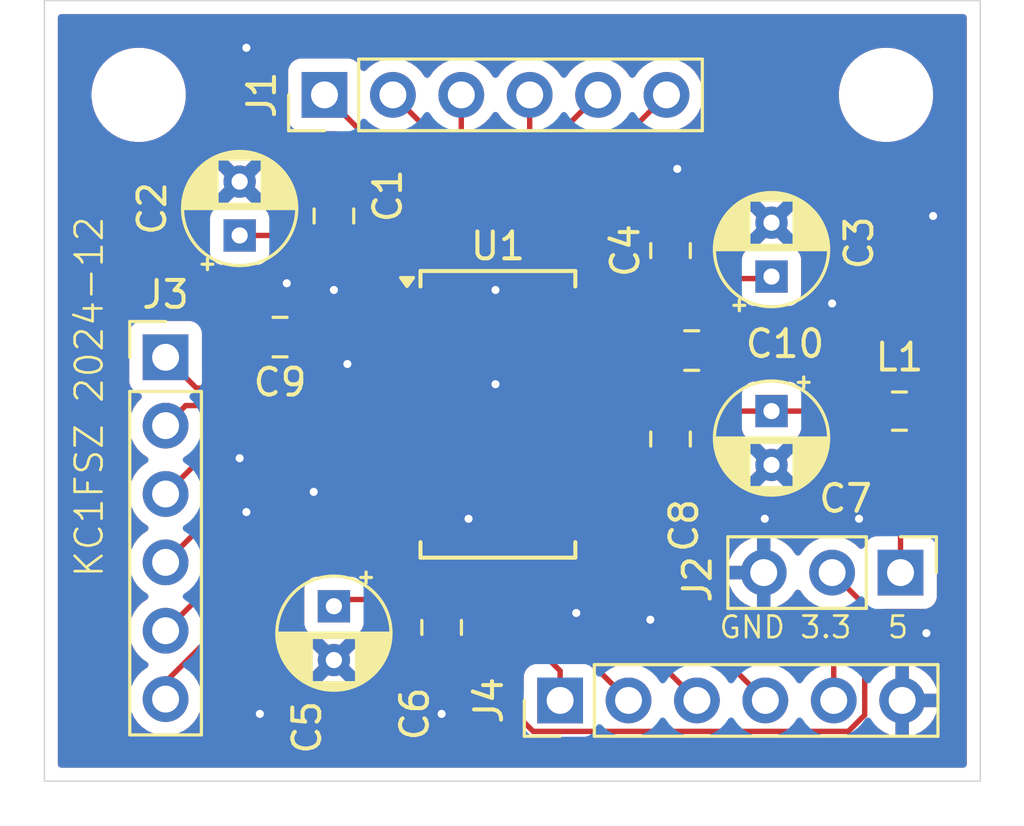
<source format=kicad_pcb>
(kicad_pcb (version 20240108) (generator "pcbnew") (generator_version "8.0")
  (title_block (title "PCM1804 Breakout Board") (date "2024-12-03") (rev "1") (company "Bruce MacKinnon KC1FSZ"))
  (layers (0 "F.Cu" signal) (31 "B.Cu" signal) (34 "B.Paste" user) (35 "F.Paste" user) (36 "B.SilkS" user "B.Silkscreen") (37 "F.SilkS" user "F.Silkscreen") (38 "B.Mask" user) (39 "F.Mask" user) (44 "Edge.Cuts" user))
  (net 0 "")
  (net 1 "VREFL")
  (net 2 "GND")
  (net 3 "Net-(U1-VREFR)")
  (net 4 "+3.3V")
  (net 5 "Net-(U1-VCC)")
  (net 6 "VCOML")
  (net 7 "VCOMR")
  (net 8 "Q_MINUS")
  (net 9 "Q_PLUS")
  (net 10 "I_PLUS")
  (net 11 "I_MINUS")
  (net 12 "+5V")
  (net 13 "OSR1")
  (net 14 "FMT1")
  (net 15 "OSR2")
  (net 16 "S{slash}~{M}")
  (net 17 "FMT0")
  (net 18 "OSR0")
  (net 19 "BCK")
  (net 20 "DATA")
  (net 21 "~{RST}")
  (net 22 "LRCK")
  (net 23 "SCK")
  (footprint "Capacitor_SMD:C_0805_2012Metric_Pad1.18x1.45mm_HandSolder" (layer "F.Cu") (at 157.5 119.2875 -90)
    (property "Reference" "C6" (at 3.2125 1 90) (layer "F.SilkS"))
    (property "Value" "0.1u")
    (pad "1" smd roundrect (at -1.0375 0 270) (size 1.175 1.45) (layers "F.Cu" "F.Paste" "F.Mask") (roundrect_rratio 0.212766) (net 4 "+3.3V"))
    (pad "2" smd roundrect (at 1.0375 0 270) (size 1.175 1.45) (layers "F.Cu" "F.Paste" "F.Mask") (roundrect_rratio 0.212766) (net 2 "GND"))
  )
  (footprint "Capacitor_SMD:C_0805_2012Metric_Pad1.18x1.45mm_HandSolder" (layer "F.Cu") (at 153.5 104 90)
    (property "Reference" "C1" (at 0.75 2 90) (layer "F.SilkS"))
    (property "Value" "0.1u")
    (pad "1" smd roundrect (at -1.0375 0 90) (size 1.175 1.45) (layers "F.Cu" "F.Paste" "F.Mask") (roundrect_rratio 0.212766) (net 1 "VREFL"))
    (pad "2" smd roundrect (at 1.0375 0 90) (size 1.175 1.45) (layers "F.Cu" "F.Paste" "F.Mask") (roundrect_rratio 0.212766) (net 2 "GND"))
  )
  (footprint "Connector_PinHeader_2.54mm:PinHeader_1x03_P2.54mm_Vertical" (layer "F.Cu") (at 174.54 117.25 -90)
    (property "Reference" "J2" (at 0.25 7.54 90) (layer "F.SilkS"))
    (property "Value" "Power")
    (pad "1" thru_hole rect (at 0 0 270) (size 1.7 1.7) (drill 1) (layers "*.Cu" "*.Mask") (net 12 "+5V"))
    (pad "2" thru_hole oval (at 0 2.54 270) (size 1.7 1.7) (drill 1) (layers "*.Cu" "*.Mask") (net 4 "+3.3V"))
    (pad "3" thru_hole oval (at 0 5.08 270) (size 1.7 1.7) (drill 1) (layers "*.Cu" "*.Mask") (net 2 "GND"))
  )
  (footprint "Capacitor_THT:CP_Radial_D4.0mm_P2.00mm" (layer "F.Cu") (at 169.75 106.25 90)
    (property "Reference" "C3" (at 1.25 3.25 90) (layer "F.SilkS"))
    (property "Value" "10u")
    (pad "1" thru_hole rect (at 0 0 90) (size 1.2 1.2) (drill 0.6) (layers "*.Cu" "*.Mask") (net 3 "Net-(U1-VREFR)"))
    (pad "2" thru_hole circle (at 2 0 90) (size 1.2 1.2) (drill 0.6) (layers "*.Cu" "*.Mask") (net 2 "GND"))
  )
  (footprint "Capacitor_SMD:C_0805_2012Metric_Pad1.18x1.45mm_HandSolder" (layer "F.Cu") (at 151.5 108.5 180)
    (property "Reference" "C9" (at 0 -1.68 360) (layer "F.SilkS"))
    (property "Value" "1u")
    (pad "1" smd roundrect (at -1.0375 0 180) (size 1.175 1.45) (layers "F.Cu" "F.Paste" "F.Mask") (roundrect_rratio 0.212766) (net 6 "VCOML"))
    (pad "2" smd roundrect (at 1.0375 0 180) (size 1.175 1.45) (layers "F.Cu" "F.Paste" "F.Mask") (roundrect_rratio 0.212766) (net 2 "GND"))
  )
  (footprint "Connector_PinHeader_2.54mm:PinHeader_1x06_P2.54mm_Vertical" (layer "F.Cu") (at 153.15 99.5 90)
    (property "Reference" "J1" (at 0 -2.33 90) (layer "F.SilkS"))
    (property "Value" "IQ")
    (pad "1" thru_hole rect (at 0 0 90) (size 1.7 1.7) (drill 1) (layers "*.Cu" "*.Mask") (net 6 "VCOML"))
    (pad "2" thru_hole oval (at 0 2.54 90) (size 1.7 1.7) (drill 1) (layers "*.Cu" "*.Mask") (net 10 "I_PLUS"))
    (pad "3" thru_hole oval (at 0 5.08 90) (size 1.7 1.7) (drill 1) (layers "*.Cu" "*.Mask") (net 11 "I_MINUS"))
    (pad "4" thru_hole oval (at 0 7.62 90) (size 1.7 1.7) (drill 1) (layers "*.Cu" "*.Mask") (net 8 "Q_MINUS"))
    (pad "5" thru_hole oval (at 0 10.16 90) (size 1.7 1.7) (drill 1) (layers "*.Cu" "*.Mask") (net 9 "Q_PLUS"))
    (pad "6" thru_hole oval (at 0 12.7 90) (size 1.7 1.7) (drill 1) (layers "*.Cu" "*.Mask") (net 7 "VCOMR"))
  )
  (footprint "Capacitor_THT:CP_Radial_D4.0mm_P2.00mm" (layer "F.Cu") (at 150 104.7226 90)
    (property "Reference" "C2" (at 1 -3.25 90) (layer "F.SilkS"))
    (property "Value" "10u")
    (pad "1" thru_hole rect (at 0 0 90) (size 1.2 1.2) (drill 0.6) (layers "*.Cu" "*.Mask") (net 1 "VREFL"))
    (pad "2" thru_hole circle (at 2 0 90) (size 1.2 1.2) (drill 0.6) (layers "*.Cu" "*.Mask") (net 2 "GND"))
  )
  (footprint "Capacitor_SMD:C_0805_2012Metric_Pad1.18x1.45mm_HandSolder" (layer "F.Cu") (at 166 112.2875 -90)
    (property "Reference" "C8" (at 3.2125 -0.5 90) (layer "F.SilkS"))
    (property "Value" "0.1u")
    (pad "1" smd roundrect (at -1.0375 0 270) (size 1.175 1.45) (layers "F.Cu" "F.Paste" "F.Mask") (roundrect_rratio 0.212766) (net 5 "Net-(U1-VCC)"))
    (pad "2" smd roundrect (at 1.0375 0 270) (size 1.175 1.45) (layers "F.Cu" "F.Paste" "F.Mask") (roundrect_rratio 0.212766) (net 2 "GND"))
  )
  (footprint "MountingHole:MountingHole_3mm" (layer "F.Cu") (at 174 99.5)
    (property "Reference" "H2" (hide yes))
    (property "Value" "MountingHole")
    (pad "" np_thru_hole circle (at 0 0) (size 3 3) (drill 3) (layers "*.Cu" "*.Mask"))
  )
  (footprint "Capacitor_THT:CP_Radial_D4.0mm_P2.00mm" (layer "F.Cu") (at 153.5 118.5 -90)
    (property "Reference" "C5" (at 4.5 1 90) (layer "F.SilkS"))
    (property "Value" "10u")
    (pad "1" thru_hole rect (at 0 0 270) (size 1.2 1.2) (drill 0.6) (layers "*.Cu" "*.Mask") (net 4 "+3.3V"))
    (pad "2" thru_hole circle (at 2 0 270) (size 1.2 1.2) (drill 0.6) (layers "*.Cu" "*.Mask") (net 2 "GND"))
  )
  (footprint "Connector_PinHeader_2.54mm:PinHeader_1x06_P2.54mm_Vertical" (layer "F.Cu") (at 147.25 109.25)
    (property "Reference" "J3" (at 0 -2.33 360) (layer "F.SilkS"))
    (property "Value" "Config")
    (pad "1" thru_hole rect (at 0 0) (size 1.7 1.7) (drill 1) (layers "*.Cu" "*.Mask") (net 17 "FMT0"))
    (pad "2" thru_hole oval (at 0 2.54) (size 1.7 1.7) (drill 1) (layers "*.Cu" "*.Mask") (net 14 "FMT1"))
    (pad "3" thru_hole oval (at 0 5.08) (size 1.7 1.7) (drill 1) (layers "*.Cu" "*.Mask") (net 16 "S{slash}~{M}"))
    (pad "4" thru_hole oval (at 0 7.62) (size 1.7 1.7) (drill 1) (layers "*.Cu" "*.Mask") (net 18 "OSR0"))
    (pad "5" thru_hole oval (at 0 10.16) (size 1.7 1.7) (drill 1) (layers "*.Cu" "*.Mask") (net 13 "OSR1"))
    (pad "6" thru_hole oval (at 0 12.7) (size 1.7 1.7) (drill 1) (layers "*.Cu" "*.Mask") (net 15 "OSR2"))
  )
  (footprint "Inductor_SMD:L_0805_2012Metric_Pad1.15x1.40mm_HandSolder" (layer "F.Cu") (at 174.5 111.25 180)
    (property "Reference" "L1" (at 0 2 360) (layer "F.SilkS"))
    (property "Value" "47u")
    (pad "1" smd roundrect (at -1.025 0 180) (size 1.15 1.4) (layers "F.Cu" "F.Paste" "F.Mask") (roundrect_rratio 0.217391) (net 12 "+5V"))
    (pad "2" smd roundrect (at 1.025 0 180) (size 1.15 1.4) (layers "F.Cu" "F.Paste" "F.Mask") (roundrect_rratio 0.217391) (net 5 "Net-(U1-VCC)"))
  )
  (footprint "Package_SO:SSOP-28_5.3x10.2mm_P0.65mm" (layer "F.Cu") (at 159.59 111.37)
    (property "Reference" "U1" (at 0 -6.25 0) (layer "F.SilkS"))
    (property "Value" "PCM1804DBR")
    (pad "1" smd rect (at -3.6 -4.225) (size 1.75 0.45) (layers "F.Cu" "F.Paste" "F.Mask") (net 1 "VREFL"))
    (pad "2" smd rect (at -3.6 -3.575) (size 1.75 0.45) (layers "F.Cu" "F.Paste" "F.Mask") (net 2 "GND"))
    (pad "3" smd rect (at -3.6 -2.925) (size 1.75 0.45) (layers "F.Cu" "F.Paste" "F.Mask") (net 6 "VCOML"))
    (pad "4" smd rect (at -3.6 -2.275) (size 1.75 0.45) (layers "F.Cu" "F.Paste" "F.Mask") (net 10 "I_PLUS"))
    (pad "5" smd rect (at -3.6 -1.625) (size 1.75 0.45) (layers "F.Cu" "F.Paste" "F.Mask") (net 11 "I_MINUS"))
    (pad "6" smd rect (at -3.6 -0.975) (size 1.75 0.45) (layers "F.Cu" "F.Paste" "F.Mask") (net 17 "FMT0"))
    (pad "7" smd rect (at -3.6 -0.325) (size 1.75 0.45) (layers "F.Cu" "F.Paste" "F.Mask") (net 14 "FMT1"))
    (pad "8" smd rect (at -3.6 0.325) (size 1.75 0.45) (layers "F.Cu" "F.Paste" "F.Mask") (net 16 "S{slash}~{M}"))
    (pad "9" smd rect (at -3.6 0.975) (size 1.75 0.45) (layers "F.Cu" "F.Paste" "F.Mask") (net 18 "OSR0"))
    (pad "10" smd rect (at -3.6 1.625) (size 1.75 0.45) (layers "F.Cu" "F.Paste" "F.Mask") (net 13 "OSR1"))
    (pad "11" smd rect (at -3.6 2.275) (size 1.75 0.45) (layers "F.Cu" "F.Paste" "F.Mask") (net 15 "OSR2"))
    (pad "12" smd rect (at -3.6 2.925) (size 1.75 0.45) (layers "F.Cu" "F.Paste" "F.Mask") (net 2 "GND"))
    (pad "13" smd rect (at -3.6 3.575) (size 1.75 0.45) (layers "F.Cu" "F.Paste" "F.Mask") (net 2 "GND"))
    (pad "14" smd rect (at -3.6 4.225) (size 1.75 0.45) (layers "F.Cu" "F.Paste" "F.Mask") (net 4 "+3.3V"))
    (pad "15" smd rect (at 3.6 4.225) (size 1.75 0.45) (layers "F.Cu" "F.Paste" "F.Mask") (net 20 "DATA"))
    (pad "16" smd rect (at 3.6 3.575) (size 1.75 0.45) (layers "F.Cu" "F.Paste" "F.Mask") (net 19 "BCK"))
    (pad "17" smd rect (at 3.6 2.925) (size 1.75 0.45) (layers "F.Cu" "F.Paste" "F.Mask") (net 22 "LRCK"))
    (pad "18" smd rect (at 3.6 2.275) (size 1.75 0.45) (layers "F.Cu" "F.Paste" "F.Mask") (net 23 "SCK"))
    (pad "19" smd rect (at 3.6 1.625) (size 1.75 0.45) (layers "F.Cu" "F.Paste" "F.Mask") (net 21 "~{RST}"))
    (pad "20" smd rect (at 3.6 0.975) (size 1.75 0.45) (layers "F.Cu" "F.Paste" "F.Mask"))
    (pad "21" smd rect (at 3.6 0.325) (size 1.75 0.45) (layers "F.Cu" "F.Paste" "F.Mask"))
    (pad "22" smd rect (at 3.6 -0.325) (size 1.75 0.45) (layers "F.Cu" "F.Paste" "F.Mask") (net 5 "Net-(U1-VCC)"))
    (pad "23" smd rect (at 3.6 -0.975) (size 1.75 0.45) (layers "F.Cu" "F.Paste" "F.Mask") (net 2 "GND"))
    (pad "24" smd rect (at 3.6 -1.625) (size 1.75 0.45) (layers "F.Cu" "F.Paste" "F.Mask") (net 8 "Q_MINUS"))
    (pad "25" smd rect (at 3.6 -2.275) (size 1.75 0.45) (layers "F.Cu" "F.Paste" "F.Mask") (net 9 "Q_PLUS"))
    (pad "26" smd rect (at 3.6 -2.925) (size 1.75 0.45) (layers "F.Cu" "F.Paste" "F.Mask") (net 7 "VCOMR"))
    (pad "27" smd rect (at 3.6 -3.575) (size 1.75 0.45) (layers "F.Cu" "F.Paste" "F.Mask") (net 2 "GND"))
    (pad "28" smd rect (at 3.6 -4.225) (size 1.75 0.45) (layers "F.Cu" "F.Paste" "F.Mask") (net 3 "Net-(U1-VREFR)"))
  )
  (footprint "Capacitor_THT:CP_Radial_D4.0mm_P2.00mm" (layer "F.Cu") (at 169.75 111.25 -90)
    (property "Reference" "C7" (at 3.25 -2.75 180) (layer "F.SilkS"))
    (property "Value" "10u")
    (pad "1" thru_hole rect (at 0 0 270) (size 1.2 1.2) (drill 0.6) (layers "*.Cu" "*.Mask") (net 5 "Net-(U1-VCC)"))
    (pad "2" thru_hole circle (at 2 0 270) (size 1.2 1.2) (drill 0.6) (layers "*.Cu" "*.Mask") (net 2 "GND"))
  )
  (footprint "Capacitor_SMD:C_0805_2012Metric_Pad1.18x1.45mm_HandSolder" (layer "F.Cu") (at 166 105.2875 90)
    (property "Reference" "C4" (at 0 -1.68 90) (layer "F.SilkS"))
    (property "Value" "0.1u")
    (pad "1" smd roundrect (at -1.0375 0 90) (size 1.175 1.45) (layers "F.Cu" "F.Paste" "F.Mask") (roundrect_rratio 0.212766) (net 3 "Net-(U1-VREFR)"))
    (pad "2" smd roundrect (at 1.0375 0 90) (size 1.175 1.45) (layers "F.Cu" "F.Paste" "F.Mask") (roundrect_rratio 0.212766) (net 2 "GND"))
  )
  (footprint "Capacitor_SMD:C_0805_2012Metric_Pad1.18x1.45mm_HandSolder" (layer "F.Cu") (at 166.7875 109)
    (property "Reference" "C10" (at 3.4625 -0.25 360) (layer "F.SilkS"))
    (property "Value" "1u")
    (pad "1" smd roundrect (at -1.0375 0) (size 1.175 1.45) (layers "F.Cu" "F.Paste" "F.Mask") (roundrect_rratio 0.212766) (net 7 "VCOMR"))
    (pad "2" smd roundrect (at 1.0375 0) (size 1.175 1.45) (layers "F.Cu" "F.Paste" "F.Mask") (roundrect_rratio 0.212766) (net 2 "GND"))
  )
  (footprint "Connector_PinHeader_2.54mm:PinHeader_1x06_P2.54mm_Vertical" (layer "F.Cu") (at 161.9 122 90)
    (property "Reference" "J4" (at 0 -2.65 90) (layer "F.SilkS"))
    (property "Value" "Conn_01x06")
    (pad "1" thru_hole rect (at 0 0 90) (size 1.7 1.7) (drill 1) (layers "*.Cu" "*.Mask") (net 21 "~{RST}"))
    (pad "2" thru_hole oval (at 0 2.54 90) (size 1.7 1.7) (drill 1) (layers "*.Cu" "*.Mask") (net 23 "SCK"))
    (pad "3" thru_hole oval (at 0 5.08 90) (size 1.7 1.7) (drill 1) (layers "*.Cu" "*.Mask") (net 22 "LRCK"))
    (pad "4" thru_hole oval (at 0 7.62 90) (size 1.7 1.7) (drill 1) (layers "*.Cu" "*.Mask") (net 19 "BCK"))
    (pad "5" thru_hole oval (at 0 10.16 90) (size 1.7 1.7) (drill 1) (layers "*.Cu" "*.Mask") (net 20 "DATA"))
    (pad "6" thru_hole oval (at 0 12.7 90) (size 1.7 1.7) (drill 1) (layers "*.Cu" "*.Mask") (net 2 "GND"))
  )
  (footprint "MountingHole:MountingHole_3mm" (layer "F.Cu") (at 146.25 99.5)
    (property "Reference" "H1" (hide yes))
    (property "Value" "MountingHole")
    (pad "" np_thru_hole circle (at 0 0) (size 3 3) (drill 3) (layers "*.Cu" "*.Mask"))
  )
  (gr_rect (start 142.75 96) (end 177.5 125) (stroke (width 0.05)) (fill none) (layer "Edge.Cuts"))
  (gr_text "KC1FSZ 2024-12" (at 145 117.5 90) (layer "F.SilkS") (effects (font (size 1 1) (thickness 0.1)) (justify left bottom)))
  (gr_text "GND" (at 167.75 119.75 0) (layer "F.SilkS") (effects (font (size 0.8 0.8) (thickness 0.1)) (justify left bottom)))
  (gr_text "3.3" (at 170.75 119.75 0) (layer "F.SilkS") (effects (font (size 0.8 0.8) (thickness 0.1)) (justify left bottom)))
  (gr_text "5" (at 174 119.75 0) (layer "F.SilkS") (effects (font (size 0.8 0.8) (thickness 0.1)) (justify left bottom)))
  (segment (start 155.99 107.145) (end 155.6075 107.145) (width 0.2) (layer "F.Cu") (net 1))
  (segment (start 150 104.7226) (end 153.1851 104.7226) (width 0.2) (layer "F.Cu") (net 1))
  (segment (start 153.1851 104.7226) (end 153.5 105.0375) (width 0.2) (layer "F.Cu") (net 1))
  (segment (start 155.6075 107.145) (end 153.5 105.0375) (width 0.2) (layer "F.Cu") (net 1))
  (segment (start 158.205 114.295) (end 158.25 114.25) (width 0.2) (layer "F.Cu") (net 2))
  (segment (start 163.19 107.795) (end 166.62 107.795) (width 0.2) (layer "F.Cu") (net 2))
  (segment (start 155.99 114.295) (end 158.205 114.295) (width 0.2) (layer "F.Cu") (net 2))
  (segment (start 161.105 110.395) (end 161 110.5) (width 0.2) (layer "F.Cu") (net 2))
  (segment (start 154.295 107.795) (end 154 107.5) (width 0.2) (layer "F.Cu") (net 2))
  (segment (start 166.62 107.795) (end 167.825 109) (width 0.2) (layer "F.Cu") (net 2))
  (segment (start 155.99 107.795) (end 154.295 107.795) (width 0.2) (layer "F.Cu") (net 2))
  (segment (start 163.19 110.395) (end 161.105 110.395) (width 0.2) (layer "F.Cu") (net 2))
  (via (at 169.5 115.25) (size 0.6) (drill 0.3) (layers "F.Cu" "B.Cu") (net 2))
  (via (at 172 107.25) (size 0.6) (drill 0.3) (layers "F.Cu" "B.Cu") (net 2))
  (via (at 150.25 115) (size 0.6) (drill 0.3) (layers "F.Cu" "B.Cu") (net 2))
  (via (at 158.5 115.25) (size 0.6) (drill 0.3) (layers "F.Cu" "B.Cu") (net 2))
  (via (at 173 115.25) (size 0.6) (drill 0.3) (layers "F.Cu" "B.Cu") (net 2))
  (via (at 150 113) (size 0.6) (drill 0.3) (layers "F.Cu" "B.Cu") (net 2))
  (via (at 154 109.5) (size 0.6) (drill 0.3) (layers "F.Cu" "B.Cu") (net 2))
  (via (at 157.5 122.5) (size 0.6) (drill 0.3) (layers "F.Cu" "B.Cu") (net 2))
  (via (at 152.75 114.25) (size 0.6) (drill 0.3) (layers "F.Cu" "B.Cu") (net 2))
  (via (at 159.5 106.75) (size 0.6) (drill 0.3) (layers "F.Cu" "B.Cu") (net 2))
  (via (at 166.25 102.25) (size 0.6) (drill 0.3) (layers "F.Cu" "B.Cu") (net 2))
  (via (at 162.5 118.75) (size 0.6) (drill 0.3) (layers "F.Cu" "B.Cu") (net 2))
  (via (at 150.75 122.5) (size 0.6) (drill 0.3) (layers "F.Cu" "B.Cu") (net 2))
  (via (at 151.75 106.5) (size 0.6) (drill 0.3) (layers "F.Cu" "B.Cu") (net 2))
  (via (at 159.5 110.25) (size 0.6) (drill 0.3) (layers "F.Cu" "B.Cu") (net 2))
  (via (at 175.75 104) (size 0.6) (drill 0.3) (layers "F.Cu" "B.Cu") (net 2))
  (via (at 165.25 119) (size 0.6) (drill 0.3) (layers "F.Cu" "B.Cu") (net 2))
  (via (at 175.5 119.5) (size 0.6) (drill 0.3) (layers "F.Cu" "B.Cu") (net 2))
  (via (at 150.25 97.75) (size 0.6) (drill 0.3) (layers "F.Cu" "B.Cu") (net 2))
  (via (at 153.5 106.75) (size 0.6) (drill 0.3) (layers "F.Cu" "B.Cu") (net 2))
  (segment (start 169.675 106.325) (end 169.75 106.25) (width 0.2) (layer "F.Cu") (net 3))
  (segment (start 166 106.325) (end 169.675 106.325) (width 0.2) (layer "F.Cu") (net 3))
  (segment (start 163.19 107.145) (end 165.18 107.145) (width 0.2) (layer "F.Cu") (net 3))
  (segment (start 165.18 107.145) (end 166 106.325) (width 0.2) (layer "F.Cu") (net 3))
  (segment (start 173.21 118.46) (end 173.21 122.54) (width 0.2) (layer "F.Cu") (net 4))
  (segment (start 153.75 118.25) (end 153.5 118.5) (width 0.2) (layer "F.Cu") (net 4))
  (segment (start 155.99 116.74) (end 157.5 118.25) (width 0.2) (layer "F.Cu") (net 4))
  (segment (start 158.525 119.275) (end 157.5 118.25) (width 0.2) (layer "F.Cu") (net 4))
  (segment (start 160.9 123.15) (end 158.525 120.775) (width 0.2) (layer "F.Cu") (net 4))
  (segment (start 172 117.25) (end 173.21 118.46) (width 0.2) (layer "F.Cu") (net 4))
  (segment (start 172.6 123.15) (end 160.9 123.15) (width 0.2) (layer "F.Cu") (net 4))
  (segment (start 155.99 115.595) (end 155.99 116.74) (width 0.2) (layer "F.Cu") (net 4))
  (segment (start 173.21 122.54) (end 172.6 123.15) (width 0.2) (layer "F.Cu") (net 4))
  (segment (start 157.5 118.25) (end 153.75 118.25) (width 0.2) (layer "F.Cu") (net 4))
  (segment (start 158.525 120.775) (end 158.525 119.275) (width 0.2) (layer "F.Cu") (net 4))
  (segment (start 165.795 111.045) (end 166 111.25) (width 0.2) (layer "F.Cu") (net 5))
  (segment (start 163.19 111.045) (end 165.795 111.045) (width 0.2) (layer "F.Cu") (net 5))
  (segment (start 166 111.25) (end 169.75 111.25) (width 0.2) (layer "F.Cu") (net 5))
  (segment (start 169.75 111.25) (end 173.475 111.25) (width 0.2) (layer "F.Cu") (net 5))
  (segment (start 157.065 108.445) (end 157.165 108.345) (width 0.2) (layer "F.Cu") (net 6))
  (segment (start 155.555 108.445) (end 155.5 108.5) (width 0.2) (layer "F.Cu") (net 6))
  (segment (start 155.99 108.445) (end 155.555 108.445) (width 0.2) (layer "F.Cu") (net 6))
  (segment (start 155.99 108.445) (end 157.065 108.445) (width 0.2) (layer "F.Cu") (net 6))
  (segment (start 157.165 103.515) (end 153.15 99.5) (width 0.2) (layer "F.Cu") (net 6))
  (segment (start 155.5 108.5) (end 152.5375 108.5) (width 0.2) (layer "F.Cu") (net 6))
  (segment (start 157.165 108.345) (end 157.165 103.515) (width 0.2) (layer "F.Cu") (net 6))
  (segment (start 162 108.305) (end 162 103.35) (width 0.2) (layer "F.Cu") (net 7))
  (segment (start 163.19 108.445) (end 165.195 108.445) (width 0.2) (layer "F.Cu") (net 7))
  (segment (start 163.19 108.445) (end 162.14 108.445) (width 0.2) (layer "F.Cu") (net 7))
  (segment (start 162 103.35) (end 165.85 99.5) (width 0.2) (layer "F.Cu") (net 7))
  (segment (start 165.195 108.445) (end 165.75 109) (width 0.2) (layer "F.Cu") (net 7))
  (segment (start 162.14 108.445) (end 162 108.305) (width 0.2) (layer "F.Cu") (net 7))
  (segment (start 160.77 108.315685) (end 160.77 99.5) (width 0.2) (layer "F.Cu") (net 8))
  (segment (start 162.199315 109.745) (end 160.77 108.315685) (width 0.2) (layer "F.Cu") (net 8))
  (segment (start 163.19 109.745) (end 162.199315 109.745) (width 0.2) (layer "F.Cu") (net 8))
  (segment (start 161.5 108.48) (end 161.5 101.31) (width 0.2) (layer "F.Cu") (net 9))
  (segment (start 163.19 109.095) (end 162.115 109.095) (width 0.2) (layer "F.Cu") (net 9))
  (segment (start 162.115 109.095) (end 161.5 108.48) (width 0.2) (layer "F.Cu") (net 9))
  (segment (start 161.5 101.31) (end 163.31 99.5) (width 0.2) (layer "F.Cu") (net 9))
  (segment (start 157.75 108.325685) (end 157.75 101.56) (width 0.2) (layer "F.Cu") (net 10))
  (segment (start 155.99 109.095) (end 156.980685 109.095) (width 0.2) (layer "F.Cu") (net 10))
  (segment (start 157.75 101.56) (end 155.69 99.5) (width 0.2) (layer "F.Cu") (net 10))
  (segment (start 156.980685 109.095) (end 157.75 108.325685) (width 0.2) (layer "F.Cu") (net 10))
  (segment (start 157.065 109.745) (end 158.23 108.58) (width 0.2) (layer "F.Cu") (net 11))
  (segment (start 155.99 109.745) (end 157.065 109.745) (width 0.2) (layer "F.Cu") (net 11))
  (segment (start 158.23 108.58) (end 158.23 99.5) (width 0.2) (layer "F.Cu") (net 11))
  (segment (start 174.54 117.25) (end 174.54 112.235) (width 0.2) (layer "F.Cu") (net 12))
  (segment (start 174.54 112.235) (end 175.525 111.25) (width 0.2) (layer "F.Cu") (net 12))
  (segment (start 147.25 119.41) (end 151.5 115.16) (width 0.2) (layer "F.Cu") (net 13))
  (segment (start 151.755 112.995) (end 155.99 112.995) (width 0.2) (layer "F.Cu") (net 13))
  (segment (start 151.5 113.25) (end 151.755 112.995) (width 0.2) (layer "F.Cu") (net 13))
  (segment (start 151.5 115.16) (end 151.5 113.25) (width 0.2) (layer "F.Cu") (net 13))
  (segment (start 147.25 111.79) (end 147.995 111.045) (width 0.2) (layer "F.Cu") (net 14))
  (segment (start 147.995 111.045) (end 155.99 111.045) (width 0.2) (layer "F.Cu") (net 14))
  (segment (start 154.915 113.645) (end 155.99 113.645) (width 0.2) (layer "F.Cu") (net 15))
  (segment (start 147.25 121.31) (end 154.915 113.645) (width 0.2) (layer "F.Cu") (net 15))
  (segment (start 147.25 121.95) (end 147.25 121.31) (width 0.2) (layer "F.Cu") (net 15))
  (segment (start 149.885 111.695) (end 155.99 111.695) (width 0.2) (layer "F.Cu") (net 16))
  (segment (start 147.25 114.33) (end 149.885 111.695) (width 0.2) (layer "F.Cu") (net 16))
  (segment (start 147.25 109.25) (end 148.395 110.395) (width 0.2) (layer "F.Cu") (net 17))
  (segment (start 148.395 110.395) (end 155.99 110.395) (width 0.2) (layer "F.Cu") (net 17))
  (segment (start 151.775 112.345) (end 155.99 112.345) (width 0.2) (layer "F.Cu") (net 18))
  (segment (start 147.25 116.87) (end 151.775 112.345) (width 0.2) (layer "F.Cu") (net 18))
  (segment (start 165.52 118) (end 169.52 122) (width 0.2) (layer "F.Cu") (net 19))
  (segment (start 163.19 114.945) (end 162.115 114.945) (width 0.2) (layer "F.Cu") (net 19))
  (segment (start 162.115 114.945) (end 161.772843 115.287157) (width 0.2) (layer "F.Cu") (net 19))
  (segment (start 163.895 118) (end 165.52 118) (width 0.2) (layer "F.Cu") (net 19))
  (segment (start 161.772843 115.287157) (end 161.772843 115.877843) (width 0.2) (layer "F.Cu") (net 19))
  (segment (start 161.772843 115.877843) (end 163.895 118) (width 0.2) (layer "F.Cu") (net 19))
  (segment (start 172.25 120.25) (end 168.5 120.25) (width 0.2) (layer "F.Cu") (net 20))
  (segment (start 168.5 120.25) (end 168 119.75) (width 0.2) (layer "F.Cu") (net 20))
  (segment (start 163.680686 115.595) (end 163.19 115.595) (width 0.2) (layer "F.Cu") (net 20))
  (segment (start 168 119.75) (end 167.835686 119.75) (width 0.2) (layer "F.Cu") (net 20))
  (segment (start 167.835686 119.75) (end 163.680686 115.595) (width 0.2) (layer "F.Cu") (net 20))
  (segment (start 172.06 120.44) (end 172.25 120.25) (width 0.2) (layer "F.Cu") (net 20))
  (segment (start 172.06 122) (end 172.06 120.44) (width 0.2) (layer "F.Cu") (net 20))
  (segment (start 163.19 112.995) (end 160.755 112.995) (width 0.2) (layer "F.Cu") (net 21))
  (segment (start 161.9 120.9) (end 161.9 122) (width 0.2) (layer "F.Cu") (net 21))
  (segment (start 160.755 112.995) (end 160 113.75) (width 0.2) (layer "F.Cu") (net 21))
  (segment (start 160 113.75) (end 160 119) (width 0.2) (layer "F.Cu") (net 21))
  (segment (start 160 119) (end 161.9 120.9) (width 0.2) (layer "F.Cu") (net 21))
  (segment (start 161.295 114.295) (end 161.25 114.25) (width 0.2) (layer "F.Cu") (net 22))
  (segment (start 161.25 116.27) (end 166.98 122) (width 0.2) (layer "F.Cu") (net 22))
  (segment (start 163.19 114.295) (end 161.295 114.295) (width 0.2) (layer "F.Cu") (net 22))
  (segment (start 161.25 114.25) (end 161.25 116.27) (width 0.2) (layer "F.Cu") (net 22))
  (segment (start 162.115 113.645) (end 162.01 113.75) (width 0.2) (layer "F.Cu") (net 23))
  (segment (start 160.75 113.75) (end 160.75 118.31) (width 0.2) (layer "F.Cu") (net 23))
  (segment (start 163.19 113.645) (end 162.115 113.645) (width 0.2) (layer "F.Cu") (net 23))
  (segment (start 162.01 113.75) (end 160.75 113.75) (width 0.2) (layer "F.Cu") (net 23))
  (segment (start 160.75 118.31) (end 164.44 122) (width 0.2) (layer "F.Cu") (net 23))
  (zone (net 2) (net_name "GND") (layer "F.Cu") (connect_pads (clearance 0.5)) (min_thickness 0.25) (fill yes (thermal_gap 0.5) (thermal_bridge_width 0.5))
    (polygon (pts (xy 142.75 96) (xy 142.75 125) (xy 177.5 125) (xy 177.5 96)))
  )
  (zone (net 2) (net_name "GND") (layer "B.Cu") (priority 1) (connect_pads (clearance 0.5)) (min_thickness 0.25) (fill yes (thermal_gap 0.5) (thermal_bridge_width 0.5))
    (polygon (pts (xy 142.75 96) (xy 142.75 125) (xy 177.5 125) (xy 177.5 96)))
  )
)
</source>
